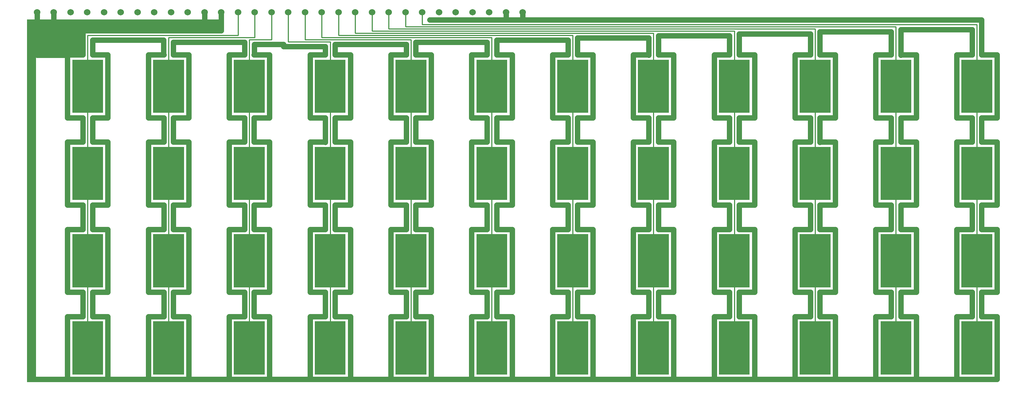
<source format=gbl>
G04 Layer: BottomLayer*
G04 EasyEDA v6.4.25, 2021-10-13T21:01:18+02:00*
G04 d0ff4fc4c9904c088b94a7576bbea1e5,6cd4ab53e48b4e7bb7bf80376082a040,10*
G04 Gerber Generator version 0.2*
G04 Scale: 100 percent, Rotated: No, Reflected: No *
G04 Dimensions in millimeters *
G04 leading zeros omitted , absolute positions ,4 integer and 5 decimal *
%FSLAX45Y45*%
%MOMM*%

%ADD10C,0.2540*%
%ADD11C,1.2500*%
%ADD12C,1.5240*%

%LPD*%
G36*
X49987Y626821D02*
G01*
X49987Y-623214D01*
X775004Y-623214D01*
X775004Y626821D01*
G37*
G36*
X20950021Y-5523230D02*
G01*
X20950021Y-6773214D01*
X21674988Y-6773214D01*
X21674988Y-5523230D01*
G37*
G36*
X19050000Y-5523230D02*
G01*
X19050000Y-6773214D01*
X19775017Y-6773214D01*
X19775017Y-5523230D01*
G37*
G36*
X17149978Y-5523230D02*
G01*
X17149978Y-6773214D01*
X17874996Y-6773214D01*
X17874996Y-5523230D01*
G37*
G36*
X15250007Y-5523230D02*
G01*
X15250007Y-6773214D01*
X15974974Y-6773214D01*
X15974974Y-5523230D01*
G37*
G36*
X13349986Y-5523230D02*
G01*
X13349986Y-6773214D01*
X14075003Y-6773214D01*
X14075003Y-5523230D01*
G37*
G36*
X11450015Y-5523230D02*
G01*
X11450015Y-6773214D01*
X12174982Y-6773214D01*
X12174982Y-5523230D01*
G37*
G36*
X9549993Y-5523230D02*
G01*
X9549993Y-6773214D01*
X10275011Y-6773214D01*
X10275011Y-5523230D01*
G37*
G36*
X7650022Y-5523230D02*
G01*
X7650022Y-6773214D01*
X8374989Y-6773214D01*
X8374989Y-5523230D01*
G37*
G36*
X5750001Y-5523230D02*
G01*
X5750001Y-6773214D01*
X6475018Y-6773214D01*
X6475018Y-5523230D01*
G37*
G36*
X3849979Y-5523230D02*
G01*
X3849979Y-6773214D01*
X4574997Y-6773214D01*
X4574997Y-5523230D01*
G37*
G36*
X1950008Y-5523230D02*
G01*
X1950008Y-6773214D01*
X2674975Y-6773214D01*
X2674975Y-5523230D01*
G37*
G36*
X49987Y-5523230D02*
G01*
X49987Y-6773214D01*
X775004Y-6773214D01*
X775004Y-5523230D01*
G37*
G36*
X20950021Y-3473196D02*
G01*
X20950021Y-4723180D01*
X21674988Y-4723180D01*
X21674988Y-3473196D01*
G37*
G36*
X19050000Y-3473196D02*
G01*
X19050000Y-4723180D01*
X19775017Y-4723180D01*
X19775017Y-3473196D01*
G37*
G36*
X17149978Y-3473196D02*
G01*
X17149978Y-4723180D01*
X17874996Y-4723180D01*
X17874996Y-3473196D01*
G37*
G36*
X15250007Y-3473196D02*
G01*
X15250007Y-4723180D01*
X15974974Y-4723180D01*
X15974974Y-3473196D01*
G37*
G36*
X13349986Y-3473196D02*
G01*
X13349986Y-4723180D01*
X14075003Y-4723180D01*
X14075003Y-3473196D01*
G37*
G36*
X11450015Y-3473196D02*
G01*
X11450015Y-4723180D01*
X12174982Y-4723180D01*
X12174982Y-3473196D01*
G37*
G36*
X9549993Y-3473196D02*
G01*
X9549993Y-4723180D01*
X10275011Y-4723180D01*
X10275011Y-3473196D01*
G37*
G36*
X7650022Y-3473196D02*
G01*
X7650022Y-4723180D01*
X8374989Y-4723180D01*
X8374989Y-3473196D01*
G37*
G36*
X5750001Y-3473196D02*
G01*
X5750001Y-4723180D01*
X6475018Y-4723180D01*
X6475018Y-3473196D01*
G37*
G36*
X3849979Y-3473196D02*
G01*
X3849979Y-4723180D01*
X4574997Y-4723180D01*
X4574997Y-3473196D01*
G37*
G36*
X1950008Y-3473196D02*
G01*
X1950008Y-4723180D01*
X2674975Y-4723180D01*
X2674975Y-3473196D01*
G37*
G36*
X49987Y-3473196D02*
G01*
X49987Y-4723180D01*
X775004Y-4723180D01*
X775004Y-3473196D01*
G37*
G36*
X20950021Y-1423212D02*
G01*
X20950021Y-2673197D01*
X21674988Y-2673197D01*
X21674988Y-1423212D01*
G37*
G36*
X19050000Y-1423212D02*
G01*
X19050000Y-2673197D01*
X19775017Y-2673197D01*
X19775017Y-1423212D01*
G37*
G36*
X17149978Y-1423212D02*
G01*
X17149978Y-2673197D01*
X17874996Y-2673197D01*
X17874996Y-1423212D01*
G37*
G36*
X15250007Y-1423212D02*
G01*
X15250007Y-2673197D01*
X15974974Y-2673197D01*
X15974974Y-1423212D01*
G37*
G36*
X13349986Y-1423212D02*
G01*
X13349986Y-2673197D01*
X14075003Y-2673197D01*
X14075003Y-1423212D01*
G37*
G36*
X11450015Y-1423212D02*
G01*
X11450015Y-2673197D01*
X12174982Y-2673197D01*
X12174982Y-1423212D01*
G37*
G36*
X9549993Y-1423212D02*
G01*
X9549993Y-2673197D01*
X10275011Y-2673197D01*
X10275011Y-1423212D01*
G37*
G36*
X7650022Y-1423212D02*
G01*
X7650022Y-2673197D01*
X8374989Y-2673197D01*
X8374989Y-1423212D01*
G37*
G36*
X5750001Y-1423212D02*
G01*
X5750001Y-2673197D01*
X6475018Y-2673197D01*
X6475018Y-1423212D01*
G37*
G36*
X3849979Y-1423212D02*
G01*
X3849979Y-2673197D01*
X4574997Y-2673197D01*
X4574997Y-1423212D01*
G37*
G36*
X1950008Y-1423212D02*
G01*
X1950008Y-2673197D01*
X2674975Y-2673197D01*
X2674975Y-1423212D01*
G37*
G36*
X49987Y-1423212D02*
G01*
X49987Y-2673197D01*
X775004Y-2673197D01*
X775004Y-1423212D01*
G37*
G36*
X20950021Y626821D02*
G01*
X20950021Y-623214D01*
X21674988Y-623214D01*
X21674988Y626821D01*
G37*
G36*
X19050000Y626821D02*
G01*
X19050000Y-623214D01*
X19775017Y-623214D01*
X19775017Y626821D01*
G37*
G36*
X17149978Y626821D02*
G01*
X17149978Y-623214D01*
X17874945Y-623214D01*
X17874945Y626821D01*
G37*
G36*
X15250007Y626821D02*
G01*
X15250007Y-623214D01*
X15974974Y-623214D01*
X15974974Y626821D01*
G37*
G36*
X13349986Y626821D02*
G01*
X13349986Y-623214D01*
X14075003Y-623214D01*
X14075003Y626821D01*
G37*
G36*
X11450015Y626821D02*
G01*
X11450015Y-623214D01*
X12174982Y-623214D01*
X12174982Y626821D01*
G37*
G36*
X9549993Y626821D02*
G01*
X9549993Y-623214D01*
X10275011Y-623214D01*
X10275011Y626821D01*
G37*
G36*
X7650022Y626821D02*
G01*
X7650022Y-623214D01*
X8374989Y-623214D01*
X8374989Y626821D01*
G37*
G36*
X5750001Y626821D02*
G01*
X5750001Y-623214D01*
X6475018Y-623214D01*
X6475018Y626821D01*
G37*
G36*
X3849979Y626821D02*
G01*
X3849979Y-623214D01*
X4574997Y-623214D01*
X4574997Y626821D01*
G37*
G36*
X1950008Y626821D02*
G01*
X1950008Y-623214D01*
X2674975Y-623214D01*
X2674975Y626821D01*
G37*
D11*
X-212496Y-6887484D02*
G01*
X21637500Y-6887484D01*
D10*
X412498Y-575000D02*
G01*
X412498Y-1487497D01*
X412498Y-2637495D02*
G01*
X412498Y-3512492D01*
X412498Y-4687491D02*
G01*
X412498Y-5562488D01*
X2312494Y-575000D02*
G01*
X2312494Y-1474998D01*
X2312494Y-2637495D02*
G01*
X2312494Y-3524994D01*
X2312494Y-4674989D02*
G01*
X2312494Y-5587489D01*
X4212490Y-575000D02*
G01*
X4212490Y-1474998D01*
X4212490Y-2624996D02*
G01*
X4212490Y-3524994D01*
X4212490Y-4687491D02*
G01*
X4212490Y-5562488D01*
X6112487Y-575000D02*
G01*
X6112487Y-1474998D01*
X6112487Y-2637495D02*
G01*
X6112487Y-3537493D01*
X6112487Y-4687491D02*
G01*
X6112487Y-5587489D01*
X8012483Y-575000D02*
G01*
X8012483Y-1487497D01*
X8012483Y-2612494D02*
G01*
X8012483Y-3524994D01*
X8012483Y-4674989D02*
G01*
X8012483Y-5574987D01*
X9912479Y-587499D02*
G01*
X9912479Y-1474998D01*
X9912479Y-2624996D02*
G01*
X9912479Y-3524994D01*
X9912479Y-4674989D02*
G01*
X9912479Y-5574987D01*
X11812475Y-562498D02*
G01*
X11812475Y-1474998D01*
X11812475Y-2624996D02*
G01*
X11812475Y-3524994D01*
X11812475Y-4674989D02*
G01*
X11812475Y-5562488D01*
X13712471Y-549998D02*
G01*
X13712471Y-1487497D01*
X13712471Y-2624996D02*
G01*
X13712471Y-3512492D01*
X13712471Y-4674989D02*
G01*
X13712471Y-5562488D01*
X15612468Y-575000D02*
G01*
X15612468Y-1487497D01*
X15612468Y-2624996D02*
G01*
X15612468Y-3537493D01*
X15612468Y-4687491D02*
G01*
X15612468Y-5562488D01*
X17512464Y-575000D02*
G01*
X17512464Y-1462496D01*
X17512464Y-2624996D02*
G01*
X17512464Y-3524994D01*
X17512464Y-4674989D02*
G01*
X17512464Y-5587489D01*
X19412460Y-575000D02*
G01*
X19412460Y-1462496D01*
X19412460Y-2624996D02*
G01*
X19412460Y-3524994D01*
X19412460Y-4687491D02*
G01*
X19412460Y-5562488D01*
X21312456Y-1474998D02*
G01*
X21312456Y-575000D01*
X21312456Y-2624996D02*
G01*
X21312456Y-3524994D01*
X21312456Y-4674989D02*
G01*
X21312456Y-5574987D01*
D11*
X299999Y-735700D02*
G01*
X299999Y-1310703D01*
X524997Y-735700D02*
G01*
X524997Y-1310703D01*
X2199998Y-735700D02*
G01*
X2199998Y-1310703D01*
X2424996Y-737499D02*
G01*
X2424996Y-1310703D01*
X4099999Y-735700D02*
G01*
X4099999Y-1310703D01*
X4324992Y-737499D02*
G01*
X4324997Y-1310703D01*
X5999998Y-735700D02*
G01*
X5999988Y-1312496D01*
X6224996Y-735700D02*
G01*
X6224996Y-1310703D01*
X7899999Y-735700D02*
G01*
X7899999Y-1310703D01*
X8124985Y-737499D02*
G01*
X8124997Y-1310703D01*
X9799998Y-735700D02*
G01*
X9799998Y-1310703D01*
X10024996Y-735700D02*
G01*
X10024996Y-1310703D01*
X11699976Y-737499D02*
G01*
X11699999Y-1310703D01*
X11924977Y-737499D02*
G01*
X11924997Y-1310703D01*
X13599998Y-735700D02*
G01*
X13599998Y-1310703D01*
X13824973Y-737499D02*
G01*
X13824996Y-1310703D01*
X15499999Y-735700D02*
G01*
X15499999Y-1310703D01*
X15724997Y-735700D02*
G01*
X15724997Y-1310703D01*
X17399965Y-737499D02*
G01*
X17399998Y-1310703D01*
X17624963Y-735700D02*
G01*
X17624966Y-1312496D01*
X19299999Y-735700D02*
G01*
X19299999Y-1310703D01*
X19524997Y-735700D02*
G01*
X19524997Y-1310703D01*
X21199998Y-735700D02*
G01*
X21199998Y-1310703D01*
X21424996Y-735700D02*
G01*
X21424996Y-1310703D01*
X299999Y-2787495D02*
G01*
X299999Y-3360701D01*
X524997Y-2785701D02*
G01*
X524997Y-3360701D01*
X299999Y-4837490D02*
G01*
X299999Y-5410702D01*
X524997Y-4835700D02*
G01*
X524997Y-5410702D01*
X2199998Y-2785701D02*
G01*
X2199998Y-3360701D01*
X2424996Y-2787495D02*
G01*
X2424996Y-3360701D01*
X4099999Y-2785701D02*
G01*
X4099999Y-3360701D01*
X4324997Y-2785701D02*
G01*
X4324997Y-3360701D01*
X5999988Y-2787495D02*
G01*
X5999998Y-3360701D01*
X6224996Y-2785701D02*
G01*
X6224996Y-3360701D01*
X2199998Y-4835700D02*
G01*
X2199998Y-5410702D01*
X2424996Y-4835700D02*
G01*
X2424996Y-5410702D01*
X4099999Y-4835700D02*
G01*
X4099999Y-5410702D01*
X4324997Y-4835700D02*
G01*
X4324997Y-5410702D01*
X5999998Y-4835700D02*
G01*
X5999998Y-5410702D01*
X6224996Y-4835700D02*
G01*
X6224996Y-5410702D01*
X7899999Y-2785701D02*
G01*
X7899999Y-3360701D01*
X8124985Y-2787495D02*
G01*
X8124997Y-3360701D01*
X9799998Y-2785701D02*
G01*
X9799998Y-3360701D01*
X10024996Y-2785701D02*
G01*
X10024996Y-3360701D01*
X11699999Y-2785701D02*
G01*
X11699999Y-3360701D01*
X11924977Y-2787495D02*
G01*
X11924997Y-3360701D01*
X13599972Y-2787495D02*
G01*
X13599998Y-3360701D01*
X13824973Y-2787495D02*
G01*
X13824996Y-3360701D01*
X7899999Y-4835700D02*
G01*
X7899999Y-5410702D01*
X8124985Y-4837490D02*
G01*
X8124997Y-5410702D01*
X9799998Y-4835700D02*
G01*
X9799998Y-5410702D01*
X10024996Y-4835700D02*
G01*
X10024996Y-5410702D01*
X11699999Y-4835700D02*
G01*
X11699999Y-5410702D01*
X11924997Y-4835700D02*
G01*
X11924997Y-5410702D01*
X13599972Y-4837490D02*
G01*
X13599998Y-5410702D01*
X13824973Y-4837490D02*
G01*
X13824996Y-5410702D01*
X15499968Y-2787495D02*
G01*
X15499999Y-3360701D01*
X15724969Y-2787495D02*
G01*
X15724997Y-3360701D01*
X17399965Y-2787495D02*
G01*
X17399998Y-3360701D01*
X17624966Y-2787495D02*
G01*
X17624996Y-3360701D01*
X19299999Y-2785701D02*
G01*
X19299999Y-3360701D01*
X19524962Y-2787495D02*
G01*
X19524997Y-3360701D01*
X21199998Y-2785701D02*
G01*
X21199998Y-3360701D01*
X21424996Y-2785701D02*
G01*
X21424996Y-3360701D01*
X15499999Y-4835700D02*
G01*
X15499999Y-5410702D01*
X15724969Y-4837490D02*
G01*
X15724997Y-5410702D01*
X17399998Y-4835700D02*
G01*
X17399998Y-5410702D01*
X17624966Y-4837490D02*
G01*
X17624996Y-5410702D01*
X19299999Y-4835700D02*
G01*
X19299999Y-5410702D01*
X19524962Y-4837490D02*
G01*
X19524997Y-5410702D01*
X21199957Y-4837490D02*
G01*
X21199998Y-5410702D01*
X21424996Y-4835700D02*
G01*
X21424996Y-5410702D01*
X-387604Y1737613D02*
G01*
X-387604Y737615D01*
X-62484Y737615D01*
X-774954Y1737613D02*
G01*
X-774954Y737615D01*
X-387604Y737615D01*
X299999Y1312496D02*
G01*
X299973Y739394D01*
X3549904Y1737613D02*
G01*
X3549992Y1312496D01*
X3162493Y1312496D01*
D10*
X3949954Y1199895D02*
G01*
X412498Y1199997D01*
X412498Y574997D01*
X2312415Y1150112D02*
G01*
X2312415Y562610D01*
X4737608Y1737613D02*
G01*
X4737608Y1100073D01*
X4212590Y1100073D01*
X4212490Y574997D01*
X5124958Y1737613D02*
G01*
X5124958Y1050036D01*
X6112509Y1050036D01*
X6112487Y587499D01*
X8012429Y1100073D02*
G01*
X8012429Y587502D01*
X5913120Y1149857D02*
G01*
X9912479Y1149997D01*
X6312486Y1199997D02*
G01*
X11812524Y1199997D01*
X13712443Y1249934D02*
G01*
X13712443Y575055D01*
X15612363Y1299971D02*
G01*
X15612468Y562498D01*
X7487485Y1349997D02*
G01*
X17512464Y1349997D01*
X7887461Y1400047D02*
G01*
X19412458Y1400047D01*
X19412460Y574997D01*
X21312377Y1450086D02*
G01*
X21312377Y549910D01*
X7887487Y1737497D02*
G01*
X7887461Y1400047D01*
X7487488Y1737497D02*
G01*
X7487411Y1350010D01*
X15612468Y1299997D02*
G01*
X7099985Y1299997D01*
X7099985Y1737497D02*
G01*
X7100061Y1299971D01*
X6700011Y1737613D02*
G01*
X6699986Y1249997D01*
X6312408Y1737613D02*
G01*
X6312486Y1199997D01*
X5912611Y1737613D02*
G01*
X5912487Y1149997D01*
X9912479Y574997D02*
G01*
X9912479Y1149997D01*
X5524982Y1737537D02*
G01*
X5524990Y1099997D01*
D11*
X2424937Y739394D02*
G01*
X2424937Y1037589D01*
X4100068Y1037589D01*
D10*
X4337491Y1149997D02*
G01*
X4337558Y1737613D01*
X3949992Y1199997D02*
G01*
X3949954Y1737613D01*
X11812475Y574997D02*
G01*
X11812524Y1199895D01*
X17512464Y587499D02*
G01*
X17512538Y1350010D01*
D11*
X10249992Y1737497D02*
G01*
X10249915Y1562607D01*
X10637520Y1562607D01*
X10637469Y1737497D02*
G01*
X10637520Y1562607D01*
X21424900Y1562607D01*
X21424900Y740155D01*
X4325111Y739394D02*
G01*
X4325111Y987552D01*
X5012489Y987498D01*
X5012489Y937498D01*
X6225031Y739394D02*
G01*
X6225031Y987552D01*
X8124952Y739394D02*
G01*
X8124952Y1037589D01*
X10025125Y739394D02*
G01*
X10024872Y1087373D01*
X11924997Y739297D02*
G01*
X11925045Y1137412D01*
X13599922Y1137412D01*
X13599972Y737499D01*
X13824966Y739394D02*
G01*
X13824966Y1187450D01*
X15724886Y739394D02*
G01*
X15724886Y1237487D01*
X17624963Y739297D02*
G01*
X17624966Y1287498D01*
X19299936Y1287526D01*
X19299999Y739297D01*
X19524962Y737499D02*
G01*
X19524962Y1337497D01*
X21199856Y1337563D01*
X21199998Y739297D01*
X3162493Y1312496D02*
G01*
X3162554Y1737613D01*
D10*
X8275065Y1450086D02*
G01*
X8275065Y1740915D01*
X8274989Y1737497D01*
D11*
X10249979Y1562496D02*
G01*
X8449983Y1562496D01*
X5012489Y937498D02*
G01*
X5999988Y937498D01*
X5999988Y739307D01*
X5999998Y739297D01*
X6225031Y987552D02*
G01*
X7899930Y987552D01*
X7899984Y987498D01*
X7899984Y739312D01*
X7899999Y739297D01*
X8124952Y1037589D02*
G01*
X9799888Y1037589D01*
X9799980Y1037498D01*
X9799980Y739315D01*
X9799998Y739297D01*
X299999Y1312496D02*
G01*
X3162493Y1312496D01*
X525018Y1087373D02*
G01*
X2199894Y1087373D01*
X2199894Y739394D01*
X10024872Y1087373D02*
G01*
X11699852Y1087373D01*
X11699976Y1087498D01*
X11699976Y739320D01*
X11699999Y739297D01*
X13824966Y1187450D02*
G01*
X15499841Y1187450D01*
X15500095Y739394D01*
X15724886Y1237487D02*
G01*
X17399955Y1237487D01*
X17399965Y1237498D01*
X17399965Y739330D01*
X17399998Y739297D01*
D10*
X2312415Y1150112D02*
G01*
X4337558Y1150112D01*
X5524990Y1099997D02*
G01*
X8012353Y1099997D01*
X8012429Y1100073D01*
X6699986Y1249997D02*
G01*
X13712380Y1249997D01*
X13712443Y1249934D01*
X8275065Y1450086D02*
G01*
X21312377Y1450086D01*
D11*
X4100068Y1037589D02*
G01*
X4100068Y739366D01*
X4099999Y739297D01*
X524997Y739297D02*
G01*
X525018Y1087373D01*
X-99999Y-6887486D02*
G01*
X-899998Y-6889269D01*
X-62499Y-735700D02*
G01*
X-62501Y739297D01*
X-62501Y739297D02*
G01*
X299999Y739297D01*
X887498Y-735700D02*
G01*
X887498Y739297D01*
X524997Y739297D02*
G01*
X887498Y739297D01*
X-62501Y-735700D02*
G01*
X299999Y-735700D01*
X524997Y-735700D02*
G01*
X887498Y-735700D01*
X20837499Y-6885701D02*
G01*
X20837497Y-5410702D01*
X20837497Y-5410702D02*
G01*
X21199998Y-5410702D01*
X21787497Y-6885701D02*
G01*
X21787497Y-5410702D01*
X21424996Y-5410702D02*
G01*
X21787497Y-5410702D01*
X20837497Y-6885701D02*
G01*
X21199998Y-6885701D01*
X21424996Y-6885701D02*
G01*
X21787497Y-6885701D01*
X18937500Y-6885701D02*
G01*
X18937498Y-5410702D01*
X18937498Y-5410702D02*
G01*
X19299999Y-5410702D01*
X19887498Y-6885701D02*
G01*
X19887498Y-5410702D01*
X19524997Y-5410702D02*
G01*
X19887498Y-5410702D01*
X18937498Y-6885701D02*
G01*
X19299999Y-6885701D01*
X19524997Y-6885701D02*
G01*
X19887498Y-6885701D01*
X17037499Y-6885701D02*
G01*
X17037497Y-5410702D01*
X17037497Y-5410702D02*
G01*
X17399998Y-5410702D01*
X17987497Y-6885701D02*
G01*
X17987497Y-5410702D01*
X17624996Y-5410702D02*
G01*
X17987497Y-5410702D01*
X17037497Y-6885701D02*
G01*
X17399998Y-6885701D01*
X17624996Y-6885701D02*
G01*
X17987497Y-6885701D01*
X15137500Y-6885701D02*
G01*
X15137498Y-5410702D01*
X15137498Y-5410702D02*
G01*
X15499999Y-5410702D01*
X16087498Y-6885701D02*
G01*
X16087498Y-5410702D01*
X15724997Y-5410702D02*
G01*
X16087498Y-5410702D01*
X15137498Y-6885701D02*
G01*
X15499999Y-6885701D01*
X15724997Y-6885701D02*
G01*
X16087498Y-6885701D01*
X13237499Y-6885701D02*
G01*
X13237497Y-5410702D01*
X13237497Y-5410702D02*
G01*
X13599998Y-5410702D01*
X14187497Y-6885701D02*
G01*
X14187497Y-5410702D01*
X13824996Y-5410702D02*
G01*
X14187497Y-5410702D01*
X13237497Y-6885701D02*
G01*
X13599998Y-6885701D01*
X13824996Y-6885701D02*
G01*
X14187497Y-6885701D01*
X11337500Y-6885701D02*
G01*
X11337498Y-5410702D01*
X11337498Y-5410702D02*
G01*
X11699999Y-5410702D01*
X12287498Y-6885701D02*
G01*
X12287498Y-5410702D01*
X11924997Y-5410702D02*
G01*
X12287498Y-5410702D01*
X11337498Y-6885701D02*
G01*
X11699999Y-6885701D01*
X11924997Y-6885701D02*
G01*
X12287498Y-6885701D01*
X9437499Y-6885701D02*
G01*
X9437497Y-5410702D01*
X9437497Y-5410702D02*
G01*
X9799998Y-5410702D01*
X10387497Y-6885701D02*
G01*
X10387497Y-5410702D01*
X10024996Y-5410702D02*
G01*
X10387497Y-5410702D01*
X9437497Y-6885701D02*
G01*
X9799998Y-6885701D01*
X10024996Y-6885701D02*
G01*
X10387497Y-6885701D01*
X7537500Y-6885701D02*
G01*
X7537498Y-5410702D01*
X7537498Y-5410702D02*
G01*
X7899999Y-5410702D01*
X8487498Y-6885701D02*
G01*
X8487498Y-5410702D01*
X8124997Y-5410702D02*
G01*
X8487498Y-5410702D01*
X7537498Y-6885701D02*
G01*
X7899999Y-6885701D01*
X8124997Y-6885701D02*
G01*
X8487498Y-6885701D01*
X5637499Y-6885701D02*
G01*
X5637496Y-5410702D01*
X5637496Y-5410702D02*
G01*
X5999998Y-5410702D01*
X6587497Y-6885701D02*
G01*
X6587497Y-5410702D01*
X6224996Y-5410702D02*
G01*
X6587497Y-5410702D01*
X5637496Y-6885701D02*
G01*
X5999998Y-6885701D01*
X6224996Y-6885701D02*
G01*
X6587497Y-6885701D01*
X3737500Y-6885701D02*
G01*
X3737498Y-5410702D01*
X3737498Y-5410702D02*
G01*
X4099999Y-5410702D01*
X4687498Y-6885701D02*
G01*
X4687498Y-5410702D01*
X4324997Y-5410702D02*
G01*
X4687498Y-5410702D01*
X3737498Y-6885701D02*
G01*
X4099999Y-6885701D01*
X4324997Y-6885701D02*
G01*
X4687498Y-6885701D01*
X1837499Y-6885701D02*
G01*
X1837496Y-5410702D01*
X1837496Y-5410702D02*
G01*
X2199998Y-5410702D01*
X2787497Y-6885701D02*
G01*
X2787497Y-5410702D01*
X2424996Y-5410702D02*
G01*
X2787497Y-5410702D01*
X1837496Y-6885701D02*
G01*
X2199998Y-6885701D01*
X2424996Y-6885701D02*
G01*
X2787497Y-6885701D01*
X-62499Y-6885701D02*
G01*
X-62501Y-5410702D01*
X-62501Y-5410702D02*
G01*
X299999Y-5410702D01*
X887498Y-6885701D02*
G01*
X887498Y-5410702D01*
X524997Y-5410702D02*
G01*
X887498Y-5410702D01*
X-62501Y-6885701D02*
G01*
X299999Y-6885701D01*
X524997Y-6885701D02*
G01*
X887498Y-6885701D01*
X20837499Y-4835700D02*
G01*
X20837497Y-3360701D01*
X20837497Y-3360701D02*
G01*
X21199998Y-3360701D01*
X21787497Y-4835700D02*
G01*
X21787497Y-3360701D01*
X21424996Y-3360701D02*
G01*
X21787497Y-3360701D01*
X20837497Y-4835700D02*
G01*
X21199998Y-4835700D01*
X21424996Y-4835700D02*
G01*
X21787497Y-4835700D01*
X18937500Y-4835700D02*
G01*
X18937498Y-3360701D01*
X18937498Y-3360701D02*
G01*
X19299999Y-3360701D01*
X19887498Y-4835700D02*
G01*
X19887498Y-3360701D01*
X19524997Y-3360701D02*
G01*
X19887498Y-3360701D01*
X18937498Y-4835700D02*
G01*
X19299999Y-4835700D01*
X19524997Y-4835700D02*
G01*
X19887498Y-4835700D01*
X17037499Y-4835700D02*
G01*
X17037497Y-3360701D01*
X17037497Y-3360701D02*
G01*
X17399998Y-3360701D01*
X17987497Y-4835700D02*
G01*
X17987497Y-3360701D01*
X17624996Y-3360701D02*
G01*
X17987497Y-3360701D01*
X17037497Y-4835700D02*
G01*
X17399998Y-4835700D01*
X17624996Y-4835700D02*
G01*
X17987497Y-4835700D01*
X15137500Y-4835700D02*
G01*
X15137498Y-3360701D01*
X15137498Y-3360701D02*
G01*
X15499999Y-3360701D01*
X16087498Y-4835700D02*
G01*
X16087498Y-3360701D01*
X15724997Y-3360701D02*
G01*
X16087498Y-3360701D01*
X15137498Y-4835700D02*
G01*
X15499999Y-4835700D01*
X15724997Y-4835700D02*
G01*
X16087498Y-4835700D01*
X13237499Y-4835700D02*
G01*
X13237497Y-3360701D01*
X13237497Y-3360701D02*
G01*
X13599998Y-3360701D01*
X14187497Y-4835700D02*
G01*
X14187497Y-3360701D01*
X13824996Y-3360701D02*
G01*
X14187497Y-3360701D01*
X13237497Y-4835700D02*
G01*
X13599998Y-4835700D01*
X13824996Y-4835700D02*
G01*
X14187497Y-4835700D01*
X11337500Y-4835700D02*
G01*
X11337498Y-3360701D01*
X11337498Y-3360701D02*
G01*
X11699999Y-3360701D01*
X12287498Y-4835700D02*
G01*
X12287498Y-3360701D01*
X11924997Y-3360701D02*
G01*
X12287498Y-3360701D01*
X11337498Y-4835700D02*
G01*
X11699999Y-4835700D01*
X11924997Y-4835700D02*
G01*
X12287498Y-4835700D01*
X9437499Y-4835700D02*
G01*
X9437497Y-3360701D01*
X9437497Y-3360701D02*
G01*
X9799998Y-3360701D01*
X10387497Y-4835700D02*
G01*
X10387497Y-3360701D01*
X10024996Y-3360701D02*
G01*
X10387497Y-3360701D01*
X9437497Y-4835700D02*
G01*
X9799998Y-4835700D01*
X10024996Y-4835700D02*
G01*
X10387497Y-4835700D01*
X7537500Y-4835700D02*
G01*
X7537498Y-3360701D01*
X7537498Y-3360701D02*
G01*
X7899999Y-3360701D01*
X8487498Y-4835700D02*
G01*
X8487498Y-3360701D01*
X8124997Y-3360701D02*
G01*
X8487498Y-3360701D01*
X7537498Y-4835700D02*
G01*
X7899999Y-4835700D01*
X8124997Y-4835700D02*
G01*
X8487498Y-4835700D01*
X5637499Y-4835700D02*
G01*
X5637496Y-3360701D01*
X5637496Y-3360701D02*
G01*
X5999998Y-3360701D01*
X6587497Y-4835700D02*
G01*
X6587497Y-3360701D01*
X6224996Y-3360701D02*
G01*
X6587497Y-3360701D01*
X5637496Y-4835700D02*
G01*
X5999998Y-4835700D01*
X6224996Y-4835700D02*
G01*
X6587497Y-4835700D01*
X3737500Y-4835700D02*
G01*
X3737498Y-3360701D01*
X3737498Y-3360701D02*
G01*
X4099999Y-3360701D01*
X4687498Y-4835700D02*
G01*
X4687498Y-3360701D01*
X4324997Y-3360701D02*
G01*
X4687498Y-3360701D01*
X3737498Y-4835700D02*
G01*
X4099999Y-4835700D01*
X4324997Y-4835700D02*
G01*
X4687498Y-4835700D01*
X1837499Y-4835700D02*
G01*
X1837496Y-3360701D01*
X1837496Y-3360701D02*
G01*
X2199998Y-3360701D01*
X2787497Y-4835700D02*
G01*
X2787497Y-3360701D01*
X2424996Y-3360701D02*
G01*
X2787497Y-3360701D01*
X1837496Y-4835700D02*
G01*
X2199998Y-4835700D01*
X2424996Y-4835700D02*
G01*
X2787497Y-4835700D01*
X-62499Y-4835700D02*
G01*
X-62501Y-3360701D01*
X-62501Y-3360701D02*
G01*
X299999Y-3360701D01*
X887498Y-4835700D02*
G01*
X887498Y-3360701D01*
X524997Y-3360701D02*
G01*
X887498Y-3360701D01*
X-62501Y-4835700D02*
G01*
X299999Y-4835700D01*
X524997Y-4835700D02*
G01*
X887498Y-4835700D01*
X20837499Y-2785701D02*
G01*
X20837497Y-1310703D01*
X20837497Y-1310703D02*
G01*
X21199998Y-1310703D01*
X21787497Y-2785701D02*
G01*
X21787497Y-1310703D01*
X21424996Y-1310703D02*
G01*
X21787497Y-1310703D01*
X20837497Y-2785701D02*
G01*
X21199998Y-2785701D01*
X21424996Y-2785701D02*
G01*
X21787497Y-2785701D01*
X18937500Y-2785701D02*
G01*
X18937498Y-1310703D01*
X18937498Y-1310703D02*
G01*
X19299999Y-1310703D01*
X19887498Y-2785701D02*
G01*
X19887498Y-1310703D01*
X19524997Y-1310703D02*
G01*
X19887498Y-1310703D01*
X18937498Y-2785701D02*
G01*
X19299999Y-2785701D01*
X19524997Y-2785701D02*
G01*
X19887498Y-2785701D01*
X17037499Y-2785701D02*
G01*
X17037497Y-1310703D01*
X17037497Y-1310703D02*
G01*
X17399998Y-1310703D01*
X17987497Y-2785701D02*
G01*
X17987497Y-1310703D01*
X17624996Y-1310703D02*
G01*
X17987497Y-1310703D01*
X17037497Y-2785701D02*
G01*
X17399998Y-2785701D01*
X17624996Y-2785701D02*
G01*
X17987497Y-2785701D01*
X15137500Y-2785701D02*
G01*
X15137498Y-1310703D01*
X15137498Y-1310703D02*
G01*
X15499999Y-1310703D01*
X16087498Y-2785701D02*
G01*
X16087498Y-1310703D01*
X15724997Y-1310703D02*
G01*
X16087498Y-1310703D01*
X15137498Y-2785701D02*
G01*
X15499999Y-2785701D01*
X15724997Y-2785701D02*
G01*
X16087498Y-2785701D01*
X13237499Y-2785701D02*
G01*
X13237497Y-1310703D01*
X13237497Y-1310703D02*
G01*
X13599998Y-1310703D01*
X14187497Y-2785701D02*
G01*
X14187497Y-1310703D01*
X13824996Y-1310703D02*
G01*
X14187497Y-1310703D01*
X13237497Y-2785701D02*
G01*
X13599998Y-2785701D01*
X13824996Y-2785701D02*
G01*
X14187497Y-2785701D01*
X11337500Y-2785701D02*
G01*
X11337498Y-1310703D01*
X11337498Y-1310703D02*
G01*
X11699999Y-1310703D01*
X12287498Y-2785701D02*
G01*
X12287498Y-1310703D01*
X11924997Y-1310703D02*
G01*
X12287498Y-1310703D01*
X11337498Y-2785701D02*
G01*
X11699999Y-2785701D01*
X11924997Y-2785701D02*
G01*
X12287498Y-2785701D01*
X9437499Y-2785701D02*
G01*
X9437497Y-1310703D01*
X9437497Y-1310703D02*
G01*
X9799998Y-1310703D01*
X10387497Y-2785701D02*
G01*
X10387497Y-1310703D01*
X10024996Y-1310703D02*
G01*
X10387497Y-1310703D01*
X9437497Y-2785701D02*
G01*
X9799998Y-2785701D01*
X10024996Y-2785701D02*
G01*
X10387497Y-2785701D01*
X7537500Y-2785701D02*
G01*
X7537498Y-1310703D01*
X7537498Y-1310703D02*
G01*
X7899999Y-1310703D01*
X8487498Y-2785701D02*
G01*
X8487498Y-1310703D01*
X8124997Y-1310703D02*
G01*
X8487498Y-1310703D01*
X7537498Y-2785701D02*
G01*
X7899999Y-2785701D01*
X8124997Y-2785701D02*
G01*
X8487498Y-2785701D01*
X5637499Y-2785701D02*
G01*
X5637496Y-1310703D01*
X5637496Y-1310703D02*
G01*
X5999998Y-1310703D01*
X6587497Y-2785701D02*
G01*
X6587497Y-1310703D01*
X6224996Y-1310703D02*
G01*
X6587497Y-1310703D01*
X5637496Y-2785701D02*
G01*
X5999998Y-2785701D01*
X6224996Y-2785701D02*
G01*
X6587497Y-2785701D01*
X3737500Y-2785701D02*
G01*
X3737498Y-1310703D01*
X3737498Y-1310703D02*
G01*
X4099999Y-1310703D01*
X4687498Y-2785701D02*
G01*
X4687498Y-1310703D01*
X4324997Y-1310703D02*
G01*
X4687498Y-1310703D01*
X3737498Y-2785701D02*
G01*
X4099999Y-2785701D01*
X4324997Y-2785701D02*
G01*
X4687498Y-2785701D01*
X1837499Y-2785701D02*
G01*
X1837496Y-1310703D01*
X1837496Y-1310703D02*
G01*
X2199998Y-1310703D01*
X2787497Y-2785701D02*
G01*
X2787497Y-1310703D01*
X2424996Y-1310703D02*
G01*
X2787497Y-1310703D01*
X1837496Y-2785701D02*
G01*
X2199998Y-2785701D01*
X2424996Y-2785701D02*
G01*
X2787497Y-2785701D01*
X-62499Y-2785701D02*
G01*
X-62501Y-1310703D01*
X-62501Y-1310703D02*
G01*
X299999Y-1310703D01*
X887498Y-2785701D02*
G01*
X887498Y-1310703D01*
X524997Y-1310703D02*
G01*
X887498Y-1310703D01*
X-62501Y-2785701D02*
G01*
X299999Y-2785701D01*
X524997Y-2785701D02*
G01*
X887498Y-2785701D01*
X20837499Y-735700D02*
G01*
X20837497Y739297D01*
X20837497Y739297D02*
G01*
X21199998Y739297D01*
X21787497Y-735700D02*
G01*
X21787497Y739297D01*
X21424996Y739297D02*
G01*
X21787497Y739297D01*
X20837497Y-735700D02*
G01*
X21199998Y-735700D01*
X21424996Y-735700D02*
G01*
X21787497Y-735700D01*
X18937500Y-735700D02*
G01*
X18937498Y739297D01*
X18937498Y739297D02*
G01*
X19299999Y739297D01*
X19887498Y-735700D02*
G01*
X19887498Y739297D01*
X19524997Y739297D02*
G01*
X19887498Y739297D01*
X18937498Y-735700D02*
G01*
X19299999Y-735700D01*
X19524997Y-735700D02*
G01*
X19887498Y-735700D01*
X17037466Y-735700D02*
G01*
X17037464Y739297D01*
X17037464Y739297D02*
G01*
X17399965Y739297D01*
X17987464Y-735700D02*
G01*
X17987464Y739297D01*
X17624963Y739297D02*
G01*
X17987464Y739297D01*
X17037464Y-735700D02*
G01*
X17399965Y-735700D01*
X17624963Y-735700D02*
G01*
X17987464Y-735700D01*
X15137500Y-735700D02*
G01*
X15137498Y739297D01*
X15137498Y739297D02*
G01*
X15499999Y739297D01*
X16087498Y-735700D02*
G01*
X16087498Y739297D01*
X15724997Y739297D02*
G01*
X16087498Y739297D01*
X15137498Y-735700D02*
G01*
X15499999Y-735700D01*
X15724997Y-735700D02*
G01*
X16087498Y-735700D01*
X13237499Y-735700D02*
G01*
X13237497Y739297D01*
X13237497Y739297D02*
G01*
X13599998Y739297D01*
X14187497Y-735700D02*
G01*
X14187497Y739297D01*
X13824996Y739297D02*
G01*
X14187497Y739297D01*
X13237497Y-735700D02*
G01*
X13599998Y-735700D01*
X13824996Y-735700D02*
G01*
X14187497Y-735700D01*
X11337500Y-735700D02*
G01*
X11337498Y739297D01*
X11337498Y739297D02*
G01*
X11699999Y739297D01*
X12287498Y-735700D02*
G01*
X12287498Y739297D01*
X11924997Y739297D02*
G01*
X12287498Y739297D01*
X11337498Y-735700D02*
G01*
X11699999Y-735700D01*
X11924997Y-735700D02*
G01*
X12287498Y-735700D01*
X9437499Y-735700D02*
G01*
X9437497Y739297D01*
X9437497Y739297D02*
G01*
X9799998Y739297D01*
X10387497Y-735700D02*
G01*
X10387497Y739297D01*
X10024996Y739297D02*
G01*
X10387497Y739297D01*
X9437497Y-735700D02*
G01*
X9799998Y-735700D01*
X10024996Y-735700D02*
G01*
X10387497Y-735700D01*
X7537500Y-735700D02*
G01*
X7537498Y739297D01*
X7537498Y739297D02*
G01*
X7899999Y739297D01*
X8487498Y-735700D02*
G01*
X8487498Y739297D01*
X8124997Y739297D02*
G01*
X8487498Y739297D01*
X7537498Y-735700D02*
G01*
X7899999Y-735700D01*
X8124997Y-735700D02*
G01*
X8487498Y-735700D01*
X5637499Y-735700D02*
G01*
X5637496Y739297D01*
X5637496Y739297D02*
G01*
X5999998Y739297D01*
X6587497Y-735700D02*
G01*
X6587497Y739297D01*
X6224996Y739297D02*
G01*
X6587497Y739297D01*
X5637496Y-735700D02*
G01*
X5999998Y-735700D01*
X6224996Y-735700D02*
G01*
X6587497Y-735700D01*
X3737500Y-735700D02*
G01*
X3737498Y739297D01*
X3737498Y739297D02*
G01*
X4099999Y739297D01*
X4687498Y-735700D02*
G01*
X4687498Y739297D01*
X4324997Y739297D02*
G01*
X4687498Y739297D01*
X3737498Y-735700D02*
G01*
X4099999Y-735700D01*
X4324997Y-735700D02*
G01*
X4687498Y-735700D01*
X1837499Y-735700D02*
G01*
X1837496Y739297D01*
X1837496Y739297D02*
G01*
X2199998Y739297D01*
X2787497Y-735700D02*
G01*
X2787497Y739297D01*
X2424996Y739297D02*
G01*
X2787497Y739297D01*
X1837496Y-735700D02*
G01*
X2199998Y-735700D01*
X2424996Y-735700D02*
G01*
X2787497Y-735700D01*
G36*
X-1012494Y1575003D02*
G01*
X-799998Y1575003D01*
X-799998Y-6949998D01*
X-1012494Y-6949998D01*
G37*
G36*
X-812495Y1575003D02*
G01*
X312496Y1575003D01*
X312496Y724992D01*
X-812495Y724992D01*
G37*
G36*
X299999Y1575003D02*
G01*
X3549980Y1575003D01*
X3549980Y1287475D01*
X299999Y1287475D01*
G37*
D12*
G01*
X-775004Y1737487D03*
G01*
X6699986Y1737537D03*
G01*
X6312484Y1737537D03*
G01*
X5912484Y1737537D03*
G01*
X5524982Y1737537D03*
G01*
X5124983Y1737537D03*
G01*
X4737481Y1737537D03*
G01*
X4337481Y1737537D03*
G01*
X3949979Y1737537D03*
G01*
X3550005Y1737537D03*
G01*
X3162503Y1737537D03*
G01*
X2762504Y1737537D03*
G01*
X2375001Y1737537D03*
G01*
X1975002Y1737487D03*
G01*
X1587500Y1737537D03*
G01*
X1187500Y1737537D03*
G01*
X799998Y1737537D03*
G01*
X399999Y1737537D03*
G01*
X12496Y1737537D03*
G01*
X-387502Y1737537D03*
G01*
X7099985Y1737487D03*
G01*
X7487488Y1737487D03*
G01*
X7887487Y1737487D03*
G01*
X8274989Y1737487D03*
G01*
X8674988Y1737487D03*
G01*
X9062491Y1737487D03*
G01*
X9462490Y1737487D03*
G01*
X9849993Y1737487D03*
G01*
X10249992Y1737487D03*
G01*
X10637469Y1737487D03*
M02*

</source>
